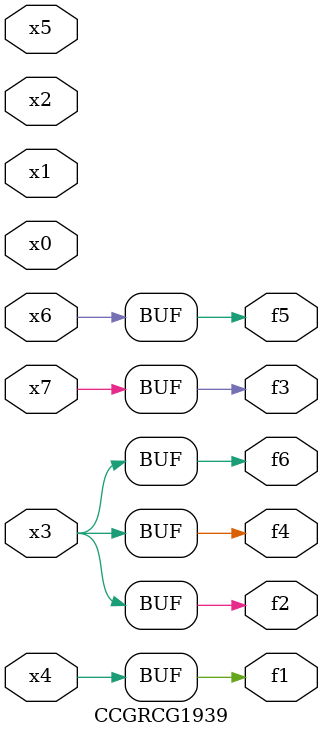
<source format=v>
module CCGRCG1939(
	input x0, x1, x2, x3, x4, x5, x6, x7,
	output f1, f2, f3, f4, f5, f6
);
	assign f1 = x4;
	assign f2 = x3;
	assign f3 = x7;
	assign f4 = x3;
	assign f5 = x6;
	assign f6 = x3;
endmodule

</source>
